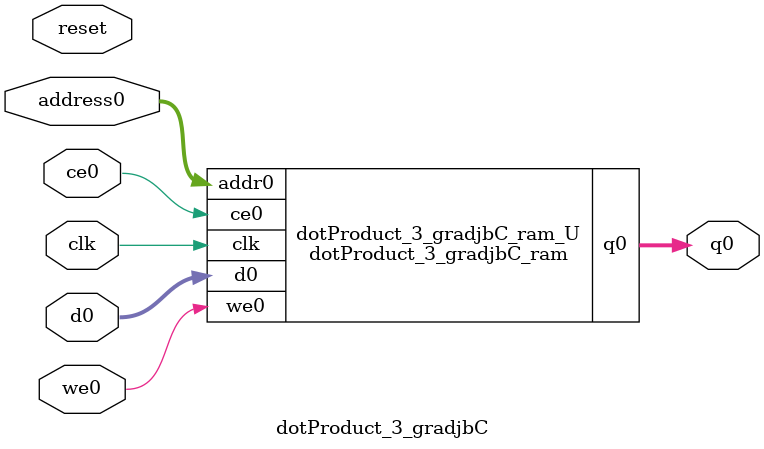
<source format=v>

`timescale 1 ns / 1 ps
module dotProduct_3_gradjbC_ram (addr0, ce0, d0, we0, q0,  clk);

parameter DWIDTH = 32;
parameter AWIDTH = 5;
parameter MEM_SIZE = 32;

input[AWIDTH-1:0] addr0;
input ce0;
input[DWIDTH-1:0] d0;
input we0;
output reg[DWIDTH-1:0] q0;
input clk;

(* ram_style = "block" *)reg [DWIDTH-1:0] ram[0:MEM_SIZE-1];




always @(posedge clk)  
begin 
    if (ce0) 
    begin
        if (we0) 
        begin 
            ram[addr0] <= d0; 
            q0 <= d0;
        end 
        else 
            q0 <= ram[addr0];
    end
end


endmodule


`timescale 1 ns / 1 ps
module dotProduct_3_gradjbC(
    reset,
    clk,
    address0,
    ce0,
    we0,
    d0,
    q0);

parameter DataWidth = 32'd32;
parameter AddressRange = 32'd32;
parameter AddressWidth = 32'd5;
input reset;
input clk;
input[AddressWidth - 1:0] address0;
input ce0;
input we0;
input[DataWidth - 1:0] d0;
output[DataWidth - 1:0] q0;



dotProduct_3_gradjbC_ram dotProduct_3_gradjbC_ram_U(
    .clk( clk ),
    .addr0( address0 ),
    .ce0( ce0 ),
    .we0( we0 ),
    .d0( d0 ),
    .q0( q0 ));

endmodule


</source>
